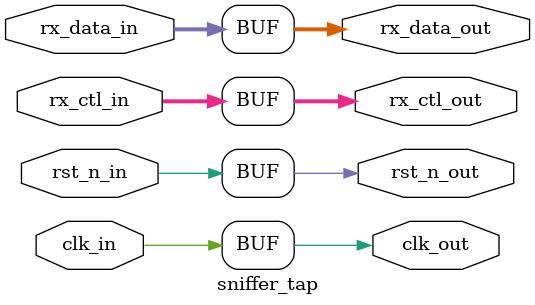
<source format=v>
module sniffer_tap (
    (* mark_debug = "true" *)
    input wire         rst_n_in,
    (* mark_debug = "true" *)
    input wire         clk_in,
    (* mark_debug = "true" *)
    input wire [15:0]  rx_data_in,
    (* mark_debug = "true" *)
    input wire [1:0]   rx_ctl_in,

    output wire        rst_n_out,
    output wire        clk_out,
    output wire [15:0] rx_data_out,
    output wire [1:0]  rx_ctl_out
);

    assign rst_n_out   = rst_n_in;
    assign clk_out     = clk_in;
    assign rx_data_out = rx_data_in;
    assign rx_ctl_out  = rx_ctl_in;

endmodule

</source>
